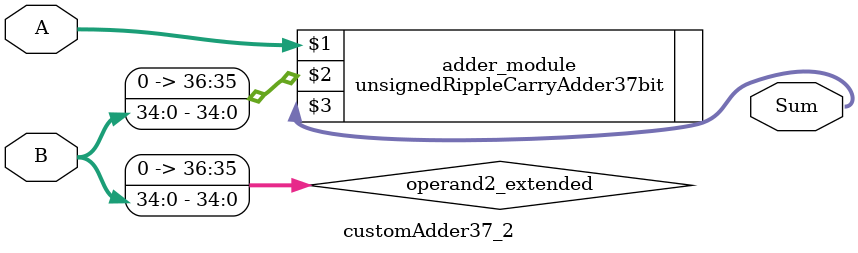
<source format=v>
module customAdder37_2(
                        input [36 : 0] A,
                        input [34 : 0] B,
                        
                        output [37 : 0] Sum
                );

        wire [36 : 0] operand2_extended;
        
        assign operand2_extended =  {2'b0, B};
        
        unsignedRippleCarryAdder37bit adder_module(
            A,
            operand2_extended,
            Sum
        );
        
        endmodule
        
</source>
